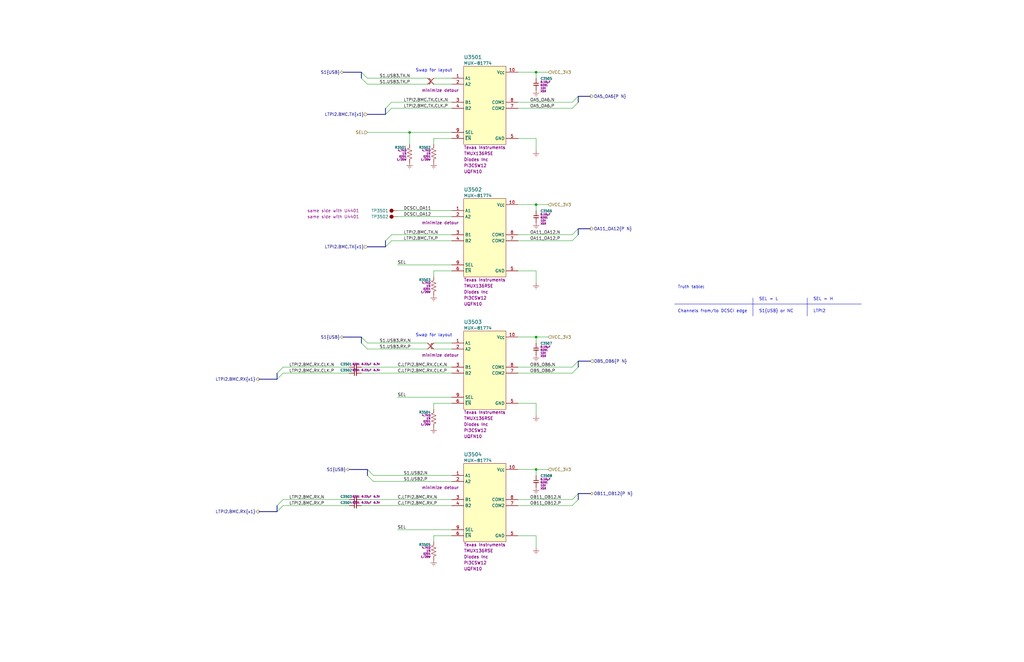
<source format=kicad_sch>
(kicad_sch (version 20231120) (generator "eeschema") (generator_version "8.0")
  (paper "B")
  (title_block (title "${PROJ}") (rev "${REV}") (company "${RPN}") (comment 1 "PCIe-to-xHCI"))
  (lib_symbols
    (symbol "Capacitors, ceramic, Murata:CCM-610AA" (pin_numbers hide) (pin_names (offset 0) hide)
      (property "Reference" "C" (at 1.27 2.54 0))
      (property "val" "0.10µF" (at 1.27 1.27 0))
      (property "pkg" "0201" (at 1.27 0 0))
      (property "volt" "10V" (at 1.27 -1.27 0))
      (property "type" "X5R" (at 1.27 -2.54 0))
      (symbol "CCM-610AA_1_1"
        (polyline (pts (xy -1.016 -0.423) (xy 1.016 -0.423)) (stroke (width 0.3302)))
        (polyline (pts (xy -1.016 0.423) (xy 1.016 0.423)) (stroke (width 0.3048)))
        (pin passive line (at 0 2.54 270) (length 2.032) (name "~") (number "1"))
        (pin passive line (at 0 -2.54 90) (length 2.032) (name "~") (number "2"))
      )
    )
    (symbol "Capacitors, ceramic, Murata:CCM-622AA" (pin_numbers hide) (pin_names (offset 0) hide)
      (property "Reference" "C" (at 1.27 2.54 0))
      (property "val" "0.22µF" (at 1.27 1.27 0))
      (property "pkg" "0201" (at 1.27 0 0))
      (property "volt" "6.3V" (at 1.27 -1.27 0))
      (property "type" "X5R" (at 1.27 -2.54 0))
      (symbol "CCM-622AA_1_1"
        (polyline (pts (xy -1.016 -0.423) (xy 1.016 -0.423)) (stroke (width 0.3302)))
        (polyline (pts (xy -1.016 0.423) (xy 1.016 0.423)) (stroke (width 0.3048)))
        (pin passive line (at 0 2.54 270) (length 2.032) (name "~") (number "1"))
        (pin passive line (at 0 -2.54 90) (length 2.032) (name "~") (number "2"))
      )
    )
    (symbol "Mechanical:TST-01025" (pin_numbers hide) (pin_names (offset 1.016) hide) (in_bom no)
      (property "Reference" "TP" (at 3.81 0 0))
      (symbol "TST-01025_0_1"
        (circle (center 2.54 0) (radius 0.762) (fill (type outline)))
      )
      (symbol "TST-01025_1_1"
        (pin passive line (at 0 0 0) (length 2.54) (name "~") (number "1"))
      )
    )
    (symbol "Mux and analog switches:MUX-81774"
      (property "Reference" "U" (at -8.89 17.78 0))
      (property "Value" "MUX-81774" (at 8.89 17.78 0))
      (property "mfr" "Texas Instruments" (at -8.89 -17.78 0))
      (property "mpn" "TMUX136RSE" (at -8.89 -20.32 0))
      (property "pkg" "UQFN10" (at -8.89 -27.94 0))
      (property "mfr2" "Diodes Inc" (at -8.89 -22.86 0))
      (property "mpn2" "PI3CSW12" (at -8.89 -25.4 0))
      (symbol "MUX-81774_1_1"
        (rectangle (start -8.89 16.51) (end 8.89 -16.51) (fill (type background)))
        (pin bidirectional line (at 13.97 11.43 180) (length 5.08) (name "A1") (number "1"))
        (pin power_in line (at -13.97 13.97 0) (length 5.08) (name "V_{CC}") (number "10"))
        (pin bidirectional line (at 13.97 8.89 180) (length 5.08) (name "A2") (number "2"))
        (pin bidirectional line (at 13.97 1.27 180) (length 5.08) (name "B1") (number "3"))
        (pin bidirectional line (at 13.97 -1.27 180) (length 5.08) (name "B2") (number "4"))
        (pin power_in line (at -13.97 -13.97 0) (length 5.08) (name "GND") (number "5"))
        (pin input line (at 13.97 -13.97 180) (length 5.08) (name "~{EN}") (number "6"))
        (pin bidirectional line (at -13.97 -1.27 0) (length 5.08) (name "COM2") (number "7"))
        (pin bidirectional line (at -13.97 1.27 0) (length 5.08) (name "COM1") (number "8"))
        (pin input line (at 13.97 -11.43 180) (length 5.08) (name "SEL") (number "9"))
      )
    )
    (symbol "Netlist:NET-20002" (pin_numbers hide) (pin_names (offset 0) hide) (in_bom no) (on_board no)
      (symbol "NET-20002_1_1"
        (polyline (pts (xy -1.27 -1.27) (xy 1.27 -1.27)) (stroke (width 0.254)))
        (polyline (pts (xy -1.27 1.27) (xy 1.27 1.27)) (stroke (width 0.254)))
        (polyline (pts (xy -0.635 -0.635) (xy 0.635 -0.635)) (stroke (width 0.254)))
        (polyline (pts (xy -0.635 0.635) (xy 0.635 0.635)) (stroke (width 0.254)))
        (pin passive line (at -1.27 1.27 0) (length 0) (name "~") (number "A1"))
        (pin passive line (at -1.27 -1.27 0) (length 0) (name "~") (number "A2"))
        (pin passive line (at 1.27 1.27 180) (length 0) (name "~") (number "B1"))
        (pin passive line (at 1.27 -1.27 180) (length 0) (name "~") (number "B2"))
      )
      (symbol "NET-20002_2_1"
        (polyline (pts (xy -1.27 -1.27) (xy 1.27 1.27)) (stroke (width 0.254)))
        (polyline (pts (xy -1.27 1.27) (xy 1.27 -1.27)) (stroke (width 0.254)))
        (polyline (pts (xy -0.635 -1.27) (xy 0 -0.635)) (stroke (width 0.254)))
        (polyline (pts (xy -0.635 1.27) (xy 0 0.635)) (stroke (width 0.254)))
        (pin passive line (at -1.27 1.27 0) (length 0) (name "~") (number "A3"))
        (pin passive line (at -1.27 -1.27 0) (length 0) (name "~") (number "A4"))
        (pin passive line (at 1.27 -1.27 180) (length 0) (name "~") (number "B3"))
        (pin passive line (at 1.27 1.27 180) (length 0) (name "~") (number "B4"))
      )
    )
    (symbol "Power:GND" (power) (pin_names (offset 0)) (in_bom no) (on_board no)
      (symbol "GND_0_1"
        (polyline (pts (xy -0.635 -1.905) (xy 0.635 -1.905)))
        (polyline (pts (xy -0.127 -2.54) (xy 0.127 -2.54)))
        (polyline (pts (xy 0 -1.27) (xy 0 0)))
        (polyline (pts (xy 1.27 -1.27) (xy -1.27 -1.27)))
      )
      (symbol "GND_1_1"
        (pin power_in line (at 0 0 270) (length 0) hide (name "GND") (number "1"))
      )
    )
    (symbol "Resistors:RES-4470A" (pin_numbers hide) (pin_names (offset 0) hide)
      (property "Reference" "R" (at 1.27 2.54 0))
      (property "val" "4.7KΩ" (at 1.27 1.27 0))
      (property "tol" "1%" (at 1.27 0 0))
      (property "pkg" "0201" (at 1.27 -1.27 0))
      (property "pwr" "1/20W" (at 1.27 -2.54 0))
      (symbol "RES-4470A_1_1"
        (polyline (pts (xy 0 -2.286) (xy 0 -2.54)))
        (polyline (pts (xy 0 2.286) (xy 0 2.54)))
        (polyline (pts (xy 0 -0.762) (xy 1.016 -1.143) (xy 0 -1.524) (xy -1.016 -1.905) (xy 0 -2.286)))
        (polyline (pts (xy 0 0.762) (xy 1.016 0.381) (xy 0 0) (xy -1.016 -0.381) (xy 0 -0.762)))
        (polyline (pts (xy 0 2.286) (xy 1.016 1.905) (xy 0 1.524) (xy -1.016 1.143) (xy 0 0.762)))
        (pin passive line (at 0 3.81 270) (length 1.27) (name "~") (number "1"))
        (pin passive line (at 0 -3.81 90) (length 1.27) (name "~") (number "2"))
      )
    )
  )
  (junction (at 172.72 55.88))
  (junction (at 226.06 30.48))
  (junction (at 226.06 142.24))
  (junction (at 226.06 86.36))
  (junction (at 226.06 198.12))
  (bus_entry (at 119.38 154.94) (size -2.54 2.54))
  (bus_entry (at 243.84 152.4) (size -2.54 2.54))
  (bus_entry (at 119.38 213.36) (size -2.54 2.54))
  (bus_entry (at 243.84 208.28) (size -2.54 2.54))
  (bus_entry (at 243.84 210.82) (size -2.54 2.54))
  (bus_entry (at 154.94 200.66) (size 2.54 2.54))
  (bus_entry (at 152.4 33.02) (size 2.54 2.54))
  (bus_entry (at 165.1 99.06) (size -2.54 2.54))
  (bus_entry (at 154.94 198.12) (size 2.54 2.54))
  (bus_entry (at 165.1 43.18) (size -2.54 2.54))
  (bus_entry (at 243.84 96.52) (size -2.54 2.54))
  (bus_entry (at 165.1 45.72) (size -2.54 2.54))
  (bus_entry (at 243.84 43.18) (size -2.54 2.54))
  (bus_entry (at 243.84 40.64) (size -2.54 2.54))
  (bus_entry (at 152.4 142.24) (size 2.54 2.54))
  (bus_entry (at 119.38 157.48) (size -2.54 2.54))
  (bus_entry (at 165.1 101.6) (size -2.54 2.54))
  (bus_entry (at 152.4 30.48) (size 2.54 2.54))
  (bus_entry (at 152.4 144.78) (size 2.54 2.54))
  (bus_entry (at 243.84 154.94) (size -2.54 2.54))
  (bus_entry (at 243.84 99.06) (size -2.54 2.54))
  (bus_entry (at 119.38 210.82) (size -2.54 2.54))
  (wire (pts (xy 226.06 58.42) (xy 218.44 58.42)))
  (wire (pts (xy 152.4 154.94) (xy 190.5 154.94)))
  (wire (pts (xy 218.44 157.48) (xy 241.3 157.48)))
  (bus (pts (xy 243.84 208.28) (xy 243.84 210.82)))
  (wire (pts (xy 154.94 147.32) (xy 180.34 147.32)))
  (polyline (pts (xy 284.48 128.27) (xy 363.22 128.27)))
  (wire (pts (xy 226.06 170.18) (xy 226.06 175.26)))
  (wire (pts (xy 152.4 213.36) (xy 190.5 213.36)))
  (wire (pts (xy 231.14 30.48) (xy 226.06 30.48)))
  (wire (pts (xy 190.5 200.66) (xy 157.48 200.66)))
  (wire (pts (xy 182.88 144.78) (xy 190.5 144.78)))
  (wire (pts (xy 226.06 30.48) (xy 218.44 30.48)))
  (wire (pts (xy 226.06 86.36) (xy 226.06 88.9)))
  (bus (pts (xy 243.84 152.4) (xy 243.84 154.94)))
  (bus (pts (xy 248.92 96.52) (xy 243.84 96.52)))
  (wire (pts (xy 182.88 33.02) (xy 190.5 33.02)))
  (wire (pts (xy 226.06 226.06) (xy 218.44 226.06)))
  (wire (pts (xy 190.5 226.06) (xy 182.88 226.06)))
  (wire (pts (xy 167.64 88.9) (xy 190.5 88.9)))
  (bus (pts (xy 243.84 40.64) (xy 243.84 43.18)))
  (wire (pts (xy 226.06 170.18) (xy 218.44 170.18)))
  (wire (pts (xy 226.06 198.12) (xy 218.44 198.12)))
  (wire (pts (xy 152.4 157.48) (xy 190.5 157.48)))
  (wire (pts (xy 226.06 30.48) (xy 226.06 33.02)))
  (wire (pts (xy 167.64 111.76) (xy 190.5 111.76)))
  (polyline (pts (xy 317.5 125.73) (xy 317.5 133.35)))
  (wire (pts (xy 182.88 114.3) (xy 182.88 116.84)))
  (wire (pts (xy 190.5 114.3) (xy 182.88 114.3)))
  (wire (pts (xy 226.06 226.06) (xy 226.06 231.14)))
  (wire (pts (xy 154.94 144.78) (xy 180.34 144.78)))
  (bus (pts (xy 152.4 144.78) (xy 152.4 142.24)))
  (bus (pts (xy 147.32 198.12) (xy 154.94 198.12)))
  (wire (pts (xy 182.88 226.06) (xy 182.88 228.6)))
  (bus (pts (xy 154.94 48.26) (xy 162.56 48.26)))
  (wire (pts (xy 154.94 35.56) (xy 180.34 35.56)))
  (bus (pts (xy 144.78 142.24) (xy 152.4 142.24)))
  (bus (pts (xy 248.92 208.28) (xy 243.84 208.28)))
  (bus (pts (xy 248.92 40.64) (xy 243.84 40.64)))
  (wire (pts (xy 231.14 198.12) (xy 226.06 198.12)))
  (wire (pts (xy 218.44 99.06) (xy 241.3 99.06)))
  (wire (pts (xy 182.88 35.56) (xy 190.5 35.56)))
  (wire (pts (xy 226.06 114.3) (xy 226.06 119.38)))
  (bus (pts (xy 162.56 48.26) (xy 162.56 45.72)))
  (wire (pts (xy 119.38 213.36) (xy 147.32 213.36)))
  (wire (pts (xy 226.06 58.42) (xy 226.06 63.5)))
  (wire (pts (xy 218.44 154.94) (xy 241.3 154.94)))
  (bus (pts (xy 243.84 96.52) (xy 243.84 99.06)))
  (wire (pts (xy 182.88 147.32) (xy 190.5 147.32)))
  (wire (pts (xy 119.38 154.94) (xy 147.32 154.94)))
  (wire (pts (xy 152.4 210.82) (xy 190.5 210.82)))
  (wire (pts (xy 172.72 55.88) (xy 172.72 60.96)))
  (wire (pts (xy 226.06 114.3) (xy 218.44 114.3)))
  (wire (pts (xy 167.64 167.64) (xy 190.5 167.64)))
  (wire (pts (xy 218.44 101.6) (xy 241.3 101.6)))
  (wire (pts (xy 226.06 86.36) (xy 218.44 86.36)))
  (bus (pts (xy 144.78 30.48) (xy 152.4 30.48)))
  (bus (pts (xy 154.94 104.14) (xy 162.56 104.14)))
  (bus (pts (xy 248.92 152.4) (xy 243.84 152.4)))
  (wire (pts (xy 172.72 55.88) (xy 190.5 55.88)))
  (wire (pts (xy 231.14 142.24) (xy 226.06 142.24)))
  (wire (pts (xy 218.44 43.18) (xy 241.3 43.18)))
  (wire (pts (xy 231.14 86.36) (xy 226.06 86.36)))
  (bus (pts (xy 116.84 160.02) (xy 116.84 157.48)))
  (wire (pts (xy 119.38 210.82) (xy 147.32 210.82)))
  (wire (pts (xy 167.64 91.44) (xy 190.5 91.44)))
  (wire (pts (xy 218.44 210.82) (xy 241.3 210.82)))
  (bus (pts (xy 109.22 160.02) (xy 116.84 160.02)))
  (wire (pts (xy 218.44 213.36) (xy 241.3 213.36)))
  (wire (pts (xy 119.38 157.48) (xy 147.32 157.48)))
  (wire (pts (xy 226.06 142.24) (xy 218.44 142.24)))
  (bus (pts (xy 116.84 215.9) (xy 116.84 213.36)))
  (wire (pts (xy 190.5 203.2) (xy 157.48 203.2)))
  (wire (pts (xy 190.5 101.6) (xy 165.1 101.6)))
  (bus (pts (xy 152.4 33.02) (xy 152.4 30.48)))
  (bus (pts (xy 162.56 104.14) (xy 162.56 101.6)))
  (wire (pts (xy 190.5 170.18) (xy 182.88 170.18)))
  (wire (pts (xy 218.44 45.72) (xy 241.3 45.72)))
  (wire (pts (xy 182.88 170.18) (xy 182.88 172.72)))
  (wire (pts (xy 182.88 58.42) (xy 182.88 60.96)))
  (wire (pts (xy 226.06 198.12) (xy 226.06 200.66)))
  (polyline (pts (xy 340.36 125.73) (xy 340.36 133.35)))
  (wire (pts (xy 190.5 43.18) (xy 165.1 43.18)))
  (wire (pts (xy 190.5 99.06) (xy 165.1 99.06)))
  (wire (pts (xy 190.5 58.42) (xy 182.88 58.42)))
  (wire (pts (xy 154.94 55.88) (xy 172.72 55.88)))
  (bus (pts (xy 109.22 215.9) (xy 116.84 215.9)))
  (wire (pts (xy 226.06 142.24) (xy 226.06 144.78)))
  (wire (pts (xy 167.64 223.52) (xy 190.5 223.52)))
  (wire (pts (xy 190.5 45.72) (xy 165.1 45.72)))
  (bus (pts (xy 154.94 200.66) (xy 154.94 198.12)))
  (wire (pts (xy 154.94 33.02) (xy 180.34 33.02)))
  (text "Truth table:" (at 285.75 121.92 0) (effects (font (size 1.27 1.27)) (justify left bottom)))
  (text "LTPI2" (at 342.9 132.08 0) (effects (font (size 1.27 1.27)) (justify left bottom)))
  (text "S1{USB} or NC" (at 320.04 132.08 0) (effects (font (size 1.27 1.27)) (justify left bottom)))
  (text "Swap for layout" (at 175.26 142.24 0) (effects (font (size 1.27 1.27)) (justify left bottom)))
  (text "SEL = H" (at 342.9 127 0) (effects (font (size 1.27 1.27)) (justify left bottom)))
  (text "Channels from/to DCSCI edge" (at 285.75 132.08 0) (effects (font (size 1.27 1.27)) (justify left bottom)))
  (text "Swap for layout" (at 175.26 30.48 0) (effects (font (size 1.27 1.27)) (justify left bottom)))
  (text "SEL = L" (at 320.04 127 0) (effects (font (size 1.27 1.27)) (justify left bottom)))
  (label "S1.USB3.TX.N" (at 160.02 33.02 0))
  (label "SEL" (at 167.64 111.76 0))
  (label "LTPI2.BMC.TX.N" (at 170.18 99.06 0))
  (label "OB11_OB12.N" (at 223.52 210.82 0))
  (label "LTPI2.BMC.TX.P" (at 170.18 101.6 0))
  (label "SEL" (at 167.64 167.64 0))
  (label "OB11_OB12.P" (at 223.52 213.36 0))
  (label "OB5_OB6.N" (at 223.52 154.94 0))
  (label "LTPI2.BMC.RX.CLK.P" (at 121.92 157.48 0))
  (label "DCSCI_OA11" (at 170.18 88.9 0))
  (label "LTPI2.BMC.RX.CLK.N" (at 121.92 154.94 0))
  (label "S1.USB3.RX.N" (at 160.02 144.78 0))
  (label "SEL" (at 167.64 223.52 0))
  (label "LTPI2.BMC.RX.N" (at 121.92 210.82 0))
  (label "LTPI2.BMC.TX.CLK.N" (at 170.18 43.18 0))
  (label "C.LTPI2.BMC.RX.P" (at 167.64 213.36 0))
  (label "OA5_OA6.N" (at 223.52 43.18 0))
  (label "OA11_OA12.N" (at 223.52 99.06 0))
  (label "S1.USB3.TX.P" (at 160.02 35.56 0))
  (label "S1.USB2.P" (at 170.18 203.2 0))
  (label "S1.USB2.N" (at 170.18 200.66 0))
  (label "LTPI2.BMC.TX.CLK.P" (at 170.18 45.72 0))
  (label "S1.USB3.RX.P" (at 160.02 147.32 0))
  (label "OA11_OA12.P" (at 223.52 101.6 0))
  (label "C.LTPI2.BMC.RX.N" (at 167.64 210.82 0))
  (label "LTPI2.BMC.RX.P" (at 121.92 213.36 0))
  (label "OA5_OA6.P" (at 223.52 45.72 0))
  (label "C.LTPI2.BMC.RX.CLK.P" (at 167.64 157.48 0))
  (label "OB5_OB6.P" (at 223.52 157.48 0))
  (label "DCSCI_OA12" (at 170.18 91.44 0))
  (label "C.LTPI2.BMC.RX.CLK.N" (at 167.64 154.94 0))
  (hierarchical_label "S1{USB}" (shape bidirectional) (at 144.78 142.24 180))
  (hierarchical_label "VCC_3V3" (shape input) (at 231.14 198.12 0))
  (hierarchical_label "OA11_OA12{P N}" (shape output) (at 248.92 96.52 0))
  (hierarchical_label "LTPI2.BMC.TX{x1}" (shape input) (at 154.94 48.26 180))
  (hierarchical_label "LTPI2.BMC.RX{x1}" (shape output) (at 109.22 215.9 180))
  (hierarchical_label "LTPI2.BMC.TX{x1}" (shape input) (at 154.94 104.14 180))
  (hierarchical_label "LTPI2.BMC.RX{x1}" (shape output) (at 109.22 160.02 180))
  (hierarchical_label "OA5_OA6{P N}" (shape output) (at 248.92 40.64 0))
  (hierarchical_label "SEL" (shape input) (at 154.94 55.88 180))
  (hierarchical_label "S1{USB}" (shape bidirectional) (at 147.32 198.12 180))
  (hierarchical_label "VCC_3V3" (shape input) (at 231.14 30.48 0))
  (hierarchical_label "OB5_OB6{P N}" (shape input) (at 248.92 152.4 0))
  (hierarchical_label "S1{USB}" (shape bidirectional) (at 144.78 30.48 180))
  (hierarchical_label "VCC_3V3" (shape input) (at 231.14 142.24 0))
  (hierarchical_label "VCC_3V3" (shape input) (at 231.14 86.36 0))
  (hierarchical_label "OB11_OB12{P N}" (shape bidirectional) (at 248.92 208.28 0))
  (symbol (lib_id "Power:GND") (at 182.88 124.46 0) (unit 1) (in_bom no) (on_board no)
    (property "Reference" "#PWR03503" (effects (hide yes)))
    (property "Value" "GND" (effects (hide yes)))
    (property "Description" "Power symbol creates a global label with name \"GND\"" (effects (hide yes)))
  )
  (symbol (lib_id "Resistors:RES-4470A") (at 182.88 232.41 0) (mirror y) (unit 1)
    (property "Reference" "R3505" (at 181.61 229.87 0) (effects (font (size 1 1)) (justify left)))
    (property "Value" "RES-4470A" (effects (hide yes)))
    (property "Description" "RES, 4.7KΩ, 1%, 0201, 1/20W, <50V, 0.26mm" (effects (hide yes)))
    (property "val" "4.7KΩ" (at 181.61 231.14 0) (effects (font (size 0.8 0.8)) (justify left)))
    (property "tol" "1%" (at 181.61 232.41 0) (effects (font (size 0.8 0.8)) (justify left)))
    (property "Sim.Device" "R" (effects (hide yes)))
    (property "pkg" "0201" (at 181.61 233.68 0) (effects (font (size 0.8 0.8)) (justify left)))
    (property "Sim.Pins" "1=+ 2=-" (effects (hide yes)))
    (property "pwr" "1/20W" (at 181.61 234.95 0) (effects (font (size 0.8 0.8)) (justify left)))
    (property "Sim.Params" "r=\"${val}\"" (effects (hide yes)))
    (property "height" "0.26mm" (effects (hide yes)))
  )
  (symbol (lib_id "Power:GND") (at 226.06 93.98 0) (mirror y) (unit 1) (in_bom no) (on_board no)
    (property "Reference" "#PWR03508" (effects (hide yes)))
    (property "Value" "GND" (effects (hide yes)))
    (property "Description" "Power symbol creates a global label with name \"GND\"" (effects (hide yes)))
  )
  (symbol (lib_id "Netlist:NET-20002") (at 181.61 146.05 0) (mirror y) (unit 2) (in_bom no) (on_board no)
    (property "Reference" "NT3503" (effects (hide yes)))
    (property "Value" "NET-20002" (effects (hide yes)))
    (property "Description" "Swapping net tie, merges nets with swappability" (effects (hide yes)))
  )
  (symbol (lib_id "Netlist:NET-20002") (at 181.61 34.29 0) (unit 2) (in_bom no) (on_board no)
    (property "Reference" "NT3504" (effects (hide yes)))
    (property "Value" "NET-20002" (effects (hide yes)))
    (property "Description" "Swapping net tie, merges nets with swappability" (effects (hide yes)))
  )
  (symbol (lib_id "Power:GND") (at 226.06 175.26 0) (unit 1) (in_bom no) (on_board no)
    (property "Reference" "#PWR03511" (effects (hide yes)))
    (property "Value" "GND" (effects (hide yes)))
    (property "Description" "Power symbol creates a global label with name \"GND\"" (effects (hide yes)))
  )
  (symbol (lib_id "Power:GND") (at 226.06 38.1 0) (mirror y) (unit 1) (in_bom no) (on_board no)
    (property "Reference" "#PWR03506" (effects (hide yes)))
    (property "Value" "GND" (effects (hide yes)))
    (property "Description" "Power symbol creates a global label with name \"GND\"" (effects (hide yes)))
  )
  (symbol (lib_id "Resistors:RES-4470A") (at 182.88 176.53 0) (mirror y) (unit 1)
    (property "Reference" "R3504" (at 181.61 173.99 0) (effects (font (size 1 1)) (justify left)))
    (property "Value" "RES-4470A" (effects (hide yes)))
    (property "Description" "RES, 4.7KΩ, 1%, 0201, 1/20W, <50V, 0.26mm" (effects (hide yes)))
    (property "val" "4.7KΩ" (at 181.61 175.26 0) (effects (font (size 0.8 0.8)) (justify left)))
    (property "tol" "1%" (at 181.61 176.53 0) (effects (font (size 0.8 0.8)) (justify left)))
    (property "Sim.Device" "R" (effects (hide yes)))
    (property "pkg" "0201" (at 181.61 177.8 0) (effects (font (size 0.8 0.8)) (justify left)))
    (property "Sim.Pins" "1=+ 2=-" (effects (hide yes)))
    (property "pwr" "1/20W" (at 181.61 179.07 0) (effects (font (size 0.8 0.8)) (justify left)))
    (property "Sim.Params" "r=\"${val}\"" (effects (hide yes)))
    (property "height" "0.26mm" (effects (hide yes)))
  )
  (symbol (lib_id "Power:GND") (at 182.88 236.22 0) (unit 1) (in_bom no) (on_board no)
    (property "Reference" "#PWR03505" (effects (hide yes)))
    (property "Value" "GND" (effects (hide yes)))
    (property "Description" "Power symbol creates a global label with name \"GND\"" (effects (hide yes)))
  )
  (symbol (lib_id "Mux and analog switches:MUX-81774") (at 204.47 44.45 0) (mirror y) (unit 1)
    (property "Reference" "U3501" (at 195.58 24.13 0) (effects (font (size 1.524 1.524)) (justify right)))
    (property "Value" "MUX-81774" (at 195.58 26.67 0) (effects (justify right)))
    (property "Datasheet" "https://www.ti.com/lit/ds/symlink/tmux136.pdf?ts=1692786850407&ref_url=https%253A%252F%252Fwww.ti.com%252Fproduct%252FTMUX136" (effects (hide yes)))
    (property "Description" "IC, 6-GHz, 2-Channel, 2:1 Switch, With Power-Off Isolation, I3C-compatible" (effects (hide yes)))
    (property "mfr" "Texas Instruments" (at 195.58 62.23 0) (effects (justify right)))
    (property "mpn" "TMUX136RSE" (at 195.58 64.77 0) (effects (justify right)))
    (property "pkg" "UQFN10" (at 195.58 72.39 0) (effects (justify right)))
    (property "height" "0.65mm" (effects (hide yes)))
    (property "mfr2" "Diodes Inc" (at 195.58 67.31 0) (effects (justify right)))
    (property "mpn2" "PI3CSW12" (at 195.58 69.85 0) (effects (justify right)))
    (property "func_bit" ".*1;.*2" (effects (hide yes)))
    (property "placement" "minimize detour" (at 177.8 38.1 0) (effects (justify right)))
  )
  (symbol (lib_id "Resistors:RES-4470A") (at 182.88 64.77 0) (mirror y) (unit 1)
    (property "Reference" "R3502" (at 181.61 62.23 0) (effects (font (size 1 1)) (justify left)))
    (property "Value" "RES-4470A" (effects (hide yes)))
    (property "Description" "RES, 4.7KΩ, 1%, 0201, 1/20W, <50V, 0.26mm" (effects (hide yes)))
    (property "val" "4.7KΩ" (at 181.61 63.5 0) (effects (font (size 0.8 0.8)) (justify left)))
    (property "tol" "1%" (at 181.61 64.77 0) (effects (font (size 0.8 0.8)) (justify left)))
    (property "Sim.Device" "R" (effects (hide yes)))
    (property "pkg" "0201" (at 181.61 66.04 0) (effects (font (size 0.8 0.8)) (justify left)))
    (property "Sim.Pins" "1=+ 2=-" (effects (hide yes)))
    (property "pwr" "1/20W" (at 181.61 67.31 0) (effects (font (size 0.8 0.8)) (justify left)))
    (property "Sim.Params" "r=\"${val}\"" (effects (hide yes)))
    (property "height" "0.26mm" (effects (hide yes)))
  )
  (symbol (lib_id "Resistors:RES-4470A") (at 182.88 120.65 0) (mirror y) (unit 1)
    (property "Reference" "R3503" (at 181.61 118.11 0) (effects (font (size 1 1)) (justify left)))
    (property "Value" "RES-4470A" (effects (hide yes)))
    (property "Description" "RES, 4.7KΩ, 1%, 0201, 1/20W, <50V, 0.26mm" (effects (hide yes)))
    (property "val" "4.7KΩ" (at 181.61 119.38 0) (effects (font (size 0.8 0.8)) (justify left)))
    (property "tol" "1%" (at 181.61 120.65 0) (effects (font (size 0.8 0.8)) (justify left)))
    (property "Sim.Device" "R" (effects (hide yes)))
    (property "pkg" "0201" (at 181.61 121.92 0) (effects (font (size 0.8 0.8)) (justify left)))
    (property "Sim.Pins" "1=+ 2=-" (effects (hide yes)))
    (property "pwr" "1/20W" (at 181.61 123.19 0) (effects (font (size 0.8 0.8)) (justify left)))
    (property "Sim.Params" "r=\"${val}\"" (effects (hide yes)))
    (property "height" "0.26mm" (effects (hide yes)))
  )
  (symbol (lib_id "Power:GND") (at 226.06 119.38 0) (unit 1) (in_bom no) (on_board no)
    (property "Reference" "#PWR03509" (effects (hide yes)))
    (property "Value" "GND" (effects (hide yes)))
    (property "Description" "Power symbol creates a global label with name \"GND\"" (effects (hide yes)))
  )
  (symbol (lib_id "Mechanical:TST-01025") (at 167.64 88.9 180) (unit 1) (in_bom no)
    (property "Reference" "TP3501" (at 163.83 88.9 0) (effects (justify left)))
    (property "Value" "TST-01025" (effects (hide yes)))
    (property "Description" "Test point, 25mils" (effects (hide yes)))
    (property "placement" "same side with U4401" (at 129.54 88.9 0) (effects (justify right)))
  )
  (symbol (lib_id "Capacitors, ceramic, Murata:CCM-622AA") (at 149.86 213.36 90) (unit 1)
    (property "Reference" "C3504" (at 143.51 212.09 90) (effects (font (size 1 1)) (justify right)))
    (property "Value" "CCM-622AA" (effects (hide yes)))
    (property "Description" "CAP, ceramic, 0.22µF, 0201, 6.3V, ±20%, X5R, 0.33 mm" (effects (hide yes)))
    (property "val" "0.22µF" (at 152.4 212.09 90) (effects (font (size 0.8 0.8)) (justify right)))
    (property "pkg" "0201" (at 148.59 212.09 90) (effects (font (size 0.8 0.8)) (justify right)))
    (property "mfr" "Murata" (effects (hide yes)))
    (property "Sim.Pins" "1=+ 2=-" (effects (hide yes)))
    (property "volt" "6.3V" (at 157.48 212.09 90) (effects (font (size 0.8 0.8)) (justify right)))
    (property "Sim.Device" "C" (effects (hide yes)))
    (property "type" "X5R" (effects (hide yes)))
    (property "Sim.Params" "c=${val}" (effects (hide yes)))
    (property "tol" "±20%" (effects (hide yes)))
    (property "height" "0.33mm" (effects (hide yes)))
    (property "mpn" "GRM033R60J224ME15" (effects (hide yes)))
  )
  (symbol (lib_id "Power:GND") (at 226.06 231.14 0) (unit 1) (in_bom no) (on_board no)
    (property "Reference" "#PWR03513" (effects (hide yes)))
    (property "Value" "GND" (effects (hide yes)))
    (property "Description" "Power symbol creates a global label with name \"GND\"" (effects (hide yes)))
  )
  (symbol (lib_id "Power:GND") (at 182.88 68.58 0) (unit 1) (in_bom no) (on_board no)
    (property "Reference" "#PWR03502" (effects (hide yes)))
    (property "Value" "GND" (effects (hide yes)))
    (property "Description" "Power symbol creates a global label with name \"GND\"" (effects (hide yes)))
  )
  (symbol (lib_id "Mux and analog switches:MUX-81774") (at 204.47 212.09 0) (mirror y) (unit 1)
    (property "Reference" "U3504" (at 195.58 191.77 0) (effects (font (size 1.524 1.524)) (justify right)))
    (property "Value" "MUX-81774" (at 195.58 194.31 0) (effects (justify right)))
    (property "Datasheet" "https://www.ti.com/lit/ds/symlink/tmux136.pdf?ts=1692786850407&ref_url=https%253A%252F%252Fwww.ti.com%252Fproduct%252FTMUX136" (effects (hide yes)))
    (property "Description" "IC, 6-GHz, 2-Channel, 2:1 Switch, With Power-Off Isolation, I3C-compatible" (effects (hide yes)))
    (property "mfr" "Texas Instruments" (at 195.58 229.87 0) (effects (justify right)))
    (property "mpn" "TMUX136RSE" (at 195.58 232.41 0) (effects (justify right)))
    (property "pkg" "UQFN10" (at 195.58 240.03 0) (effects (justify right)))
    (property "height" "0.65mm" (effects (hide yes)))
    (property "mfr2" "Diodes Inc" (at 195.58 234.95 0) (effects (justify right)))
    (property "mpn2" "PI3CSW12" (at 195.58 237.49 0) (effects (justify right)))
    (property "func_bit" ".*1;.*2" (effects (hide yes)))
    (property "placement" "minimize detour" (at 177.8 205.74 0) (effects (justify right)))
  )
  (symbol (lib_id "Mechanical:TST-01025") (at 167.64 91.44 180) (unit 1) (in_bom no)
    (property "Reference" "TP3502" (at 163.83 91.44 0) (effects (justify left)))
    (property "Value" "TST-01025" (effects (hide yes)))
    (property "Description" "Test point, 25mils" (effects (hide yes)))
    (property "placement" "same side with U4401" (at 129.54 91.44 0) (effects (justify right)))
  )
  (symbol (lib_id "Mux and analog switches:MUX-81774") (at 204.47 100.33 0) (mirror y) (unit 1)
    (property "Reference" "U3502" (at 195.58 80.01 0) (effects (font (size 1.524 1.524)) (justify right)))
    (property "Value" "MUX-81774" (at 195.58 82.55 0) (effects (justify right)))
    (property "Datasheet" "https://www.ti.com/lit/ds/symlink/tmux136.pdf?ts=1692786850407&ref_url=https%253A%252F%252Fwww.ti.com%252Fproduct%252FTMUX136" (effects (hide yes)))
    (property "Description" "IC, 6-GHz, 2-Channel, 2:1 Switch, With Power-Off Isolation, I3C-compatible" (effects (hide yes)))
    (property "mfr" "Texas Instruments" (at 195.58 118.11 0) (effects (justify right)))
    (property "mpn" "TMUX136RSE" (at 195.58 120.65 0) (effects (justify right)))
    (property "pkg" "UQFN10" (at 195.58 128.27 0) (effects (justify right)))
    (property "height" "0.65mm" (effects (hide yes)))
    (property "mfr2" "Diodes Inc" (at 195.58 123.19 0) (effects (justify right)))
    (property "mpn2" "PI3CSW12" (at 195.58 125.73 0) (effects (justify right)))
    (property "func_bit" ".*1;.*2" (effects (hide yes)))
    (property "placement" "minimize detour" (at 177.8 93.98 0) (effects (justify right)))
  )
  (symbol (lib_id "Power:GND") (at 226.06 205.74 0) (mirror y) (unit 1) (in_bom no) (on_board no)
    (property "Reference" "#PWR03512" (effects (hide yes)))
    (property "Value" "GND" (effects (hide yes)))
    (property "Description" "Power symbol creates a global label with name \"GND\"" (effects (hide yes)))
  )
  (symbol (lib_id "Power:GND") (at 182.88 180.34 0) (unit 1) (in_bom no) (on_board no)
    (property "Reference" "#PWR03504" (effects (hide yes)))
    (property "Value" "GND" (effects (hide yes)))
    (property "Description" "Power symbol creates a global label with name \"GND\"" (effects (hide yes)))
  )
  (symbol (lib_id "Power:GND") (at 226.06 63.5 0) (unit 1) (in_bom no) (on_board no)
    (property "Reference" "#PWR03507" (effects (hide yes)))
    (property "Value" "GND" (effects (hide yes)))
    (property "Description" "Power symbol creates a global label with name \"GND\"" (effects (hide yes)))
  )
  (symbol (lib_id "Power:GND") (at 226.06 149.86 0) (mirror y) (unit 1) (in_bom no) (on_board no)
    (property "Reference" "#PWR03510" (effects (hide yes)))
    (property "Value" "GND" (effects (hide yes)))
    (property "Description" "Power symbol creates a global label with name \"GND\"" (effects (hide yes)))
  )
  (symbol (lib_id "Capacitors, ceramic, Murata:CCM-610AA") (at 226.06 147.32 0) (mirror y) (unit 1)
    (property "Reference" "C3507" (at 227.8761 144.9178 0) (effects (font (size 1 1)) (justify right)))
    (property "Value" "CCM-610AA" (effects (hide yes)))
    (property "Description" "CAP, ceramic, 0.10µF, 0201, 10V, ±20%, X5R, 0.33 mm" (effects (hide yes)))
    (property "val" "0.10µF" (at 227.8761 146.3531 0) (effects (font (size 0.8 0.8)) (justify right)))
    (property "pkg" "0201" (at 227.8761 147.6571 0) (effects (font (size 0.8 0.8)) (justify right)))
    (property "mfr" "Murata" (effects (hide yes)))
    (property "volt" "10V" (at 227.8761 148.9611 0) (effects (font (size 0.8 0.8)) (justify right)))
    (property "Sim.Pins" "1=+ 2=-" (effects (hide yes)))
    (property "Sim.Device" "C" (effects (hide yes)))
    (property "type" "X5R" (at 227.8761 150.2651 0) (effects (font (size 0.8 0.8)) (justify right)))
    (property "Sim.Params" "c=${val}" (effects (hide yes)))
    (property "tol" "±20%" (effects (hide yes)))
    (property "height" "0.33mm" (effects (hide yes)))
    (property "mpn" "GRM033R61A104ME15" (effects (hide yes)))
  )
  (symbol (lib_id "Resistors:RES-4470A") (at 172.72 64.77 0) (mirror y) (unit 1)
    (property "Reference" "R3501" (at 171.45 62.23 0) (effects (font (size 1 1)) (justify left)))
    (property "Value" "RES-4470A" (effects (hide yes)))
    (property "Description" "RES, 4.7KΩ, 1%, 0201, 1/20W, <50V, 0.26mm" (effects (hide yes)))
    (property "val" "4.7KΩ" (at 171.45 63.5 0) (effects (font (size 0.8 0.8)) (justify left)))
    (property "tol" "1%" (at 171.45 64.77 0) (effects (font (size 0.8 0.8)) (justify left)))
    (property "Sim.Device" "R" (effects (hide yes)))
    (property "pkg" "0201" (at 171.45 66.04 0) (effects (font (size 0.8 0.8)) (justify left)))
    (property "Sim.Pins" "1=+ 2=-" (effects (hide yes)))
    (property "pwr" "1/20W" (at 171.45 67.31 0) (effects (font (size 0.8 0.8)) (justify left)))
    (property "Sim.Params" "r=\"${val}\"" (effects (hide yes)))
    (property "height" "0.26mm" (effects (hide yes)))
  )
  (symbol (lib_id "Power:GND") (at 172.72 68.58 0) (unit 1) (in_bom no) (on_board no)
    (property "Reference" "#PWR03501" (effects (hide yes)))
    (property "Value" "GND" (effects (hide yes)))
    (property "Description" "Power symbol creates a global label with name \"GND\"" (effects (hide yes)))
  )
  (symbol (lib_id "Capacitors, ceramic, Murata:CCM-622AA") (at 149.86 154.94 90) (unit 1)
    (property "Reference" "C3501" (at 143.51 153.67 90) (effects (font (size 1 1)) (justify right)))
    (property "Value" "CCM-622AA" (effects (hide yes)))
    (property "Description" "CAP, ceramic, 0.22µF, 0201, 6.3V, ±20%, X5R, 0.33 mm" (effects (hide yes)))
    (property "val" "0.22µF" (at 152.4 153.67 90) (effects (font (size 0.8 0.8)) (justify right)))
    (property "pkg" "0201" (at 148.59 153.67 90) (effects (font (size 0.8 0.8)) (justify right)))
    (property "mfr" "Murata" (effects (hide yes)))
    (property "Sim.Pins" "1=+ 2=-" (effects (hide yes)))
    (property "volt" "6.3V" (at 157.48 153.67 90) (effects (font (size 0.8 0.8)) (justify right)))
    (property "Sim.Device" "C" (effects (hide yes)))
    (property "type" "X5R" (effects (hide yes)))
    (property "Sim.Params" "c=${val}" (effects (hide yes)))
    (property "tol" "±20%" (effects (hide yes)))
    (property "height" "0.33mm" (effects (hide yes)))
    (property "mpn" "GRM033R60J224ME15" (effects (hide yes)))
  )
  (symbol (lib_id "Capacitors, ceramic, Murata:CCM-622AA") (at 149.86 157.48 90) (unit 1)
    (property "Reference" "C3502" (at 143.51 156.21 90) (effects (font (size 1 1)) (justify right)))
    (property "Value" "CCM-622AA" (effects (hide yes)))
    (property "Description" "CAP, ceramic, 0.22µF, 0201, 6.3V, ±20%, X5R, 0.33 mm" (effects (hide yes)))
    (property "val" "0.22µF" (at 152.4 156.21 90) (effects (font (size 0.8 0.8)) (justify right)))
    (property "pkg" "0201" (at 148.59 156.21 90) (effects (font (size 0.8 0.8)) (justify right)))
    (property "mfr" "Murata" (effects (hide yes)))
    (property "Sim.Pins" "1=+ 2=-" (effects (hide yes)))
    (property "volt" "6.3V" (at 157.48 156.21 90) (effects (font (size 0.8 0.8)) (justify right)))
    (property "Sim.Device" "C" (effects (hide yes)))
    (property "type" "X5R" (effects (hide yes)))
    (property "Sim.Params" "c=${val}" (effects (hide yes)))
    (property "tol" "±20%" (effects (hide yes)))
    (property "height" "0.33mm" (effects (hide yes)))
    (property "mpn" "GRM033R60J224ME15" (effects (hide yes)))
  )
  (symbol (lib_id "Capacitors, ceramic, Murata:CCM-622AA") (at 149.86 210.82 90) (unit 1)
    (property "Reference" "C3503" (at 143.51 209.55 90) (effects (font (size 1 1)) (justify right)))
    (property "Value" "CCM-622AA" (effects (hide yes)))
    (property "Description" "CAP, ceramic, 0.22µF, 0201, 6.3V, ±20%, X5R, 0.33 mm" (effects (hide yes)))
    (property "val" "0.22µF" (at 152.4 209.55 90) (effects (font (size 0.8 0.8)) (justify right)))
    (property "pkg" "0201" (at 148.59 209.55 90) (effects (font (size 0.8 0.8)) (justify right)))
    (property "mfr" "Murata" (effects (hide yes)))
    (property "Sim.Pins" "1=+ 2=-" (effects (hide yes)))
    (property "volt" "6.3V" (at 157.48 209.55 90) (effects (font (size 0.8 0.8)) (justify right)))
    (property "Sim.Device" "C" (effects (hide yes)))
    (property "type" "X5R" (effects (hide yes)))
    (property "Sim.Params" "c=${val}" (effects (hide yes)))
    (property "tol" "±20%" (effects (hide yes)))
    (property "height" "0.33mm" (effects (hide yes)))
    (property "mpn" "GRM033R60J224ME15" (effects (hide yes)))
  )
  (symbol (lib_id "Capacitors, ceramic, Murata:CCM-610AA") (at 226.06 203.2 0) (mirror y) (unit 1)
    (property "Reference" "C3508" (at 227.8761 200.7978 0) (effects (font (size 1 1)) (justify right)))
    (property "Value" "CCM-610AA" (effects (hide yes)))
    (property "Description" "CAP, ceramic, 0.10µF, 0201, 10V, ±20%, X5R, 0.33 mm" (effects (hide yes)))
    (property "val" "0.10µF" (at 227.8761 202.2331 0) (effects (font (size 0.8 0.8)) (justify right)))
    (property "pkg" "0201" (at 227.8761 203.5371 0) (effects (font (size 0.8 0.8)) (justify right)))
    (property "mfr" "Murata" (effects (hide yes)))
    (property "volt" "10V" (at 227.8761 204.8411 0) (effects (font (size 0.8 0.8)) (justify right)))
    (property "Sim.Pins" "1=+ 2=-" (effects (hide yes)))
    (property "Sim.Device" "C" (effects (hide yes)))
    (property "type" "X5R" (at 227.8761 206.1451 0) (effects (font (size 0.8 0.8)) (justify right)))
    (property "Sim.Params" "c=${val}" (effects (hide yes)))
    (property "tol" "±20%" (effects (hide yes)))
    (property "height" "0.33mm" (effects (hide yes)))
    (property "mpn" "GRM033R61A104ME15" (effects (hide yes)))
  )
  (symbol (lib_id "Capacitors, ceramic, Murata:CCM-610AA") (at 226.06 35.56 0) (mirror y) (unit 1)
    (property "Reference" "C3505" (at 227.8761 33.1578 0) (effects (font (size 1 1)) (justify right)))
    (property "Value" "CCM-610AA" (effects (hide yes)))
    (property "Description" "CAP, ceramic, 0.10µF, 0201, 10V, ±20%, X5R, 0.33 mm" (effects (hide yes)))
    (property "val" "0.10µF" (at 227.8761 34.5931 0) (effects (font (size 0.8 0.8)) (justify right)))
    (property "pkg" "0201" (at 227.8761 35.8971 0) (effects (font (size 0.8 0.8)) (justify right)))
    (property "mfr" "Murata" (effects (hide yes)))
    (property "volt" "10V" (at 227.8761 37.2011 0) (effects (font (size 0.8 0.8)) (justify right)))
    (property "Sim.Pins" "1=+ 2=-" (effects (hide yes)))
    (property "Sim.Device" "C" (effects (hide yes)))
    (property "type" "X5R" (at 227.8761 38.5051 0) (effects (font (size 0.8 0.8)) (justify right)))
    (property "Sim.Params" "c=${val}" (effects (hide yes)))
    (property "tol" "±20%" (effects (hide yes)))
    (property "height" "0.33mm" (effects (hide yes)))
    (property "mpn" "GRM033R61A104ME15" (effects (hide yes)))
  )
  (symbol (lib_id "Capacitors, ceramic, Murata:CCM-610AA") (at 226.06 91.44 0) (mirror y) (unit 1)
    (property "Reference" "C3506" (at 227.8761 89.0378 0) (effects (font (size 1 1)) (justify right)))
    (property "Value" "CCM-610AA" (effects (hide yes)))
    (property "Description" "CAP, ceramic, 0.10µF, 0201, 10V, ±20%, X5R, 0.33 mm" (effects (hide yes)))
    (property "val" "0.10µF" (at 227.8761 90.4731 0) (effects (font (size 0.8 0.8)) (justify right)))
    (property "pkg" "0201" (at 227.8761 91.7771 0) (effects (font (size 0.8 0.8)) (justify right)))
    (property "mfr" "Murata" (effects (hide yes)))
    (property "volt" "10V" (at 227.8761 93.0811 0) (effects (font (size 0.8 0.8)) (justify right)))
    (property "Sim.Pins" "1=+ 2=-" (effects (hide yes)))
    (property "Sim.Device" "C" (effects (hide yes)))
    (property "type" "X5R" (at 227.8761 94.3851 0) (effects (font (size 0.8 0.8)) (justify right)))
    (property "Sim.Params" "c=${val}" (effects (hide yes)))
    (property "tol" "±20%" (effects (hide yes)))
    (property "height" "0.33mm" (effects (hide yes)))
    (property "mpn" "GRM033R61A104ME15" (effects (hide yes)))
  )
  (symbol (lib_id "Mux and analog switches:MUX-81774") (at 204.47 156.21 0) (mirror y) (unit 1)
    (property "Reference" "U3503" (at 195.58 135.89 0) (effects (font (size 1.524 1.524)) (justify right)))
    (property "Value" "MUX-81774" (at 195.58 138.43 0) (effects (justify right)))
    (property "Datasheet" "https://www.ti.com/lit/ds/symlink/tmux136.pdf?ts=1692786850407&ref_url=https%253A%252F%252Fwww.ti.com%252Fproduct%252FTMUX136" (effects (hide yes)))
    (property "Description" "IC, 6-GHz, 2-Channel, 2:1 Switch, With Power-Off Isolation, I3C-compatible" (effects (hide yes)))
    (property "mfr" "Texas Instruments" (at 195.58 173.99 0) (effects (justify right)))
    (property "mpn" "TMUX136RSE" (at 195.58 176.53 0) (effects (justify right)))
    (property "pkg" "UQFN10" (at 195.58 184.15 0) (effects (justify right)))
    (property "height" "0.65mm" (effects (hide yes)))
    (property "mfr2" "Diodes Inc" (at 195.58 179.07 0) (effects (justify right)))
    (property "mpn2" "PI3CSW12" (at 195.58 181.61 0) (effects (justify right)))
    (property "func_bit" ".*1;.*2" (effects (hide yes)))
    (property "placement" "minimize detour" (at 177.8 149.86 0) (effects (justify right)))
  )
)
</source>
